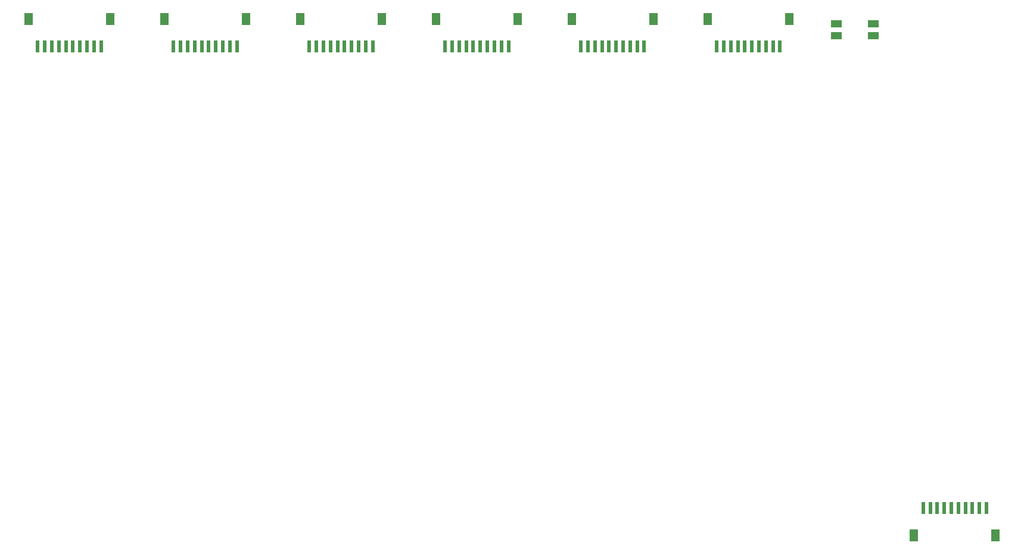
<source format=gbp>
G04 #@! TF.GenerationSoftware,KiCad,Pcbnew,7.0.8*
G04 #@! TF.CreationDate,2023-10-21T22:21:02-07:00*
G04 #@! TF.ProjectId,Seismos_5CoreL,53656973-6d6f-4735-9f35-436f72654c2e,rev?*
G04 #@! TF.SameCoordinates,Original*
G04 #@! TF.FileFunction,Paste,Bot*
G04 #@! TF.FilePolarity,Positive*
%FSLAX46Y46*%
G04 Gerber Fmt 4.6, Leading zero omitted, Abs format (unit mm)*
G04 Created by KiCad (PCBNEW 7.0.8) date 2023-10-21 22:21:02*
%MOMM*%
%LPD*%
G01*
G04 APERTURE LIST*
%ADD10R,0.600000X1.700000*%
%ADD11R,1.200000X1.800000*%
%ADD12R,1.550000X1.000000*%
G04 APERTURE END LIST*
D10*
X35150000Y-25386000D03*
X36150000Y-25386000D03*
X37150000Y-25385000D03*
X38150000Y-25385000D03*
X39150000Y-25385000D03*
X40150000Y-25385000D03*
X41150000Y-25385000D03*
X42150000Y-25385000D03*
X43150000Y-25385000D03*
X44150000Y-25385000D03*
D11*
X33850000Y-21510000D03*
X45450000Y-21510000D03*
D10*
X54450000Y-25386000D03*
X55450000Y-25386000D03*
X56450000Y-25385000D03*
X57450000Y-25385000D03*
X58450000Y-25385000D03*
X59450000Y-25385000D03*
X60450000Y-25385000D03*
X61450000Y-25385000D03*
X62450000Y-25385000D03*
X63450000Y-25385000D03*
D11*
X53150000Y-21510000D03*
X64750000Y-21510000D03*
D12*
X153887500Y-23899500D03*
X153887500Y-22199500D03*
X148687500Y-23899500D03*
X148687500Y-22199500D03*
D10*
X131650000Y-25386000D03*
X132650000Y-25386000D03*
X133650000Y-25385000D03*
X134650000Y-25385000D03*
X135650000Y-25385000D03*
X136650000Y-25385000D03*
X137650000Y-25385000D03*
X138650000Y-25385000D03*
X139650000Y-25385000D03*
X140650000Y-25385000D03*
D11*
X130350000Y-21510000D03*
X141950000Y-21510000D03*
D10*
X170000000Y-91114000D03*
X169000000Y-91114000D03*
X168000000Y-91115000D03*
X167000000Y-91115000D03*
X166000000Y-91115000D03*
X165000000Y-91115000D03*
X164000000Y-91115000D03*
X163000000Y-91115000D03*
X162000000Y-91115000D03*
X161000000Y-91115000D03*
D11*
X171300000Y-94990000D03*
X159700000Y-94990000D03*
D10*
X93050000Y-25386000D03*
X94050000Y-25386000D03*
X95050000Y-25385000D03*
X96050000Y-25385000D03*
X97050000Y-25385000D03*
X98050000Y-25385000D03*
X99050000Y-25385000D03*
X100050000Y-25385000D03*
X101050000Y-25385000D03*
X102050000Y-25385000D03*
D11*
X91750000Y-21510000D03*
X103350000Y-21510000D03*
D10*
X73750000Y-25386000D03*
X74750000Y-25386000D03*
X75750000Y-25385000D03*
X76750000Y-25385000D03*
X77750000Y-25385000D03*
X78750000Y-25385000D03*
X79750000Y-25385000D03*
X80750000Y-25385000D03*
X81750000Y-25385000D03*
X82750000Y-25385000D03*
D11*
X72450000Y-21510000D03*
X84050000Y-21510000D03*
D10*
X112350000Y-25386000D03*
X113350000Y-25386000D03*
X114350000Y-25385000D03*
X115350000Y-25385000D03*
X116350000Y-25385000D03*
X117350000Y-25385000D03*
X118350000Y-25385000D03*
X119350000Y-25385000D03*
X120350000Y-25385000D03*
X121350000Y-25385000D03*
D11*
X111050000Y-21510000D03*
X122650000Y-21510000D03*
M02*

</source>
